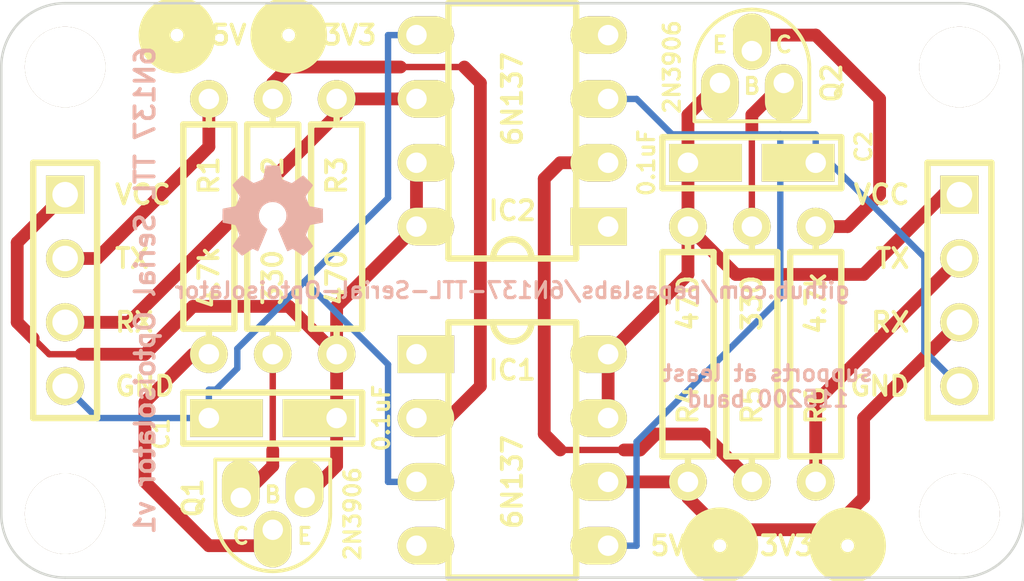
<source format=kicad_pcb>
(kicad_pcb (version 20171130) (host pcbnew "(5.1.12)-1")

  (general
    (thickness 1.6)
    (drawings 27)
    (tracks 102)
    (zones 0)
    (modules 19)
    (nets 15)
  )

  (page A3)
  (layers
    (0 F.Cu signal)
    (31 B.Cu signal)
    (32 B.Adhes user)
    (33 F.Adhes user)
    (34 B.Paste user)
    (35 F.Paste user)
    (36 B.SilkS user)
    (37 F.SilkS user)
    (38 B.Mask user)
    (39 F.Mask user)
    (40 Dwgs.User user)
    (41 Cmts.User user)
    (42 Eco1.User user)
    (43 Eco2.User user)
    (44 Edge.Cuts user)
  )

  (setup
    (last_trace_width 0.254)
    (user_trace_width 0.508)
    (trace_clearance 0.254)
    (zone_clearance 0.508)
    (zone_45_only no)
    (trace_min 0.254)
    (via_size 0.889)
    (via_drill 0.635)
    (via_min_size 0.889)
    (via_min_drill 0.508)
    (uvia_size 0.508)
    (uvia_drill 0.127)
    (uvias_allowed no)
    (uvia_min_size 0.508)
    (uvia_min_drill 0.127)
    (edge_width 0.1)
    (segment_width 0.2)
    (pcb_text_width 0.3)
    (pcb_text_size 1.5 1.5)
    (mod_edge_width 0.15)
    (mod_text_size 1 1)
    (mod_text_width 0.15)
    (pad_size 1.5 1.5)
    (pad_drill 0.6)
    (pad_to_mask_clearance 0)
    (aux_axis_origin 0 0)
    (visible_elements 7FFFFFFF)
    (pcbplotparams
      (layerselection 0x00030_ffffffff)
      (usegerberextensions true)
      (usegerberattributes true)
      (usegerberadvancedattributes true)
      (creategerberjobfile true)
      (excludeedgelayer true)
      (linewidth 0.150000)
      (plotframeref false)
      (viasonmask false)
      (mode 1)
      (useauxorigin false)
      (hpglpennumber 1)
      (hpglpenspeed 20)
      (hpglpendiameter 15.000000)
      (psnegative false)
      (psa4output false)
      (plotreference true)
      (plotvalue true)
      (plotinvisibletext false)
      (padsonsilk false)
      (subtractmaskfromsilk false)
      (outputformat 1)
      (mirror false)
      (drillshape 0)
      (scaleselection 1)
      (outputdirectory "../gerbers/"))
  )

  (net 0 "")
  (net 1 GNDA)
  (net 2 GNDB)
  (net 3 N-000001)
  (net 4 N-0000014)
  (net 5 N-000003)
  (net 6 N-000004)
  (net 7 N-000005)
  (net 8 N-000006)
  (net 9 RXA)
  (net 10 RXB)
  (net 11 TXA)
  (net 12 TXB)
  (net 13 VCCA)
  (net 14 VCCB)

  (net_class Default "This is the default net class."
    (clearance 0.254)
    (trace_width 0.254)
    (via_dia 0.889)
    (via_drill 0.635)
    (uvia_dia 0.508)
    (uvia_drill 0.127)
    (add_net GNDA)
    (add_net GNDB)
    (add_net N-000001)
    (add_net N-0000014)
    (add_net N-000003)
    (add_net N-000004)
    (add_net N-000005)
    (add_net N-000006)
    (add_net RXA)
    (add_net RXB)
    (add_net TXA)
    (add_net TXB)
    (add_net VCCA)
    (add_net VCCB)
  )

  (module TO-92_Q_EBC_059Bo_PL (layer F.Cu) (tedit 5549915C) (tstamp 5546F383)
    (at 211.455 71.755)
    (descr "TO-92 Transistor, EBC pinout")
    (tags DEV)
    (path /5546F340)
    (fp_text reference Q1 (at -4.445 0 90) (layer F.SilkS)
      (effects (font (size 0.762 0.762) (thickness 0.1524)))
    )
    (fp_text value 2N3906 (at 1.905 0.635 90) (layer F.SilkS)
      (effects (font (size 0.635 0.635) (thickness 0.127)))
    )
    (fp_line (start -3.556 -1.524) (end -3.556 0.635) (layer F.SilkS) (width 0.15))
    (fp_line (start 1.016 -1.524) (end -3.556 -1.524) (layer F.SilkS) (width 0.15))
    (fp_line (start 1.016 0.635) (end 1.016 -1.524) (layer F.SilkS) (width 0.15))
    (fp_text user E (at 0 1.524) (layer F.SilkS)
      (effects (font (size 0.635 0.635) (thickness 0.127)))
    )
    (fp_text user B (at -1.27 -0.127) (layer F.SilkS)
      (effects (font (size 0.635 0.635) (thickness 0.127)))
    )
    (fp_text user C (at -2.54 1.524) (layer F.SilkS)
      (effects (font (size 0.635 0.635) (thickness 0.127)))
    )
    (fp_arc (start -1.27 0.635) (end -1.27 2.921) (angle 90) (layer F.SilkS) (width 0.15))
    (fp_arc (start -1.27 0.635) (end 1.016 0.635) (angle 90) (layer F.SilkS) (width 0.15))
    (pad 1 thru_hole oval (at 0 0) (size 1.4986 2.2479) (drill 0.8128 (offset 0 -0.37465)) (layers *.Cu *.Mask F.SilkS)
      (net 13 VCCA))
    (pad 2 thru_hole oval (at -1.27 1.27) (size 1.4986 2.2479) (drill 0.8128 (offset 0 0.37465)) (layers *.Cu *.Mask F.SilkS)
      (net 5 N-000003))
    (pad 3 thru_hole oval (at -2.54 0) (size 1.4986 2.2479) (drill 0.8128 (offset 0 -0.37465)) (layers *.Cu *.Mask F.SilkS)
      (net 6 N-000004))
    (model to-xxx-packages/to92.wrl
      (at (xyz 0 0 0))
      (scale (xyz 1 1 1))
      (rotate (xyz 0 0 0))
    )
  )

  (module TO-92_Q_EBC_059Bo_PL (layer F.Cu) (tedit 55499152) (tstamp 5546F392)
    (at 227.965 55.245 180)
    (descr "TO-92 Transistor, EBC pinout")
    (tags DEV)
    (path /5546F361)
    (fp_text reference Q2 (at -4.445 0 270) (layer F.SilkS)
      (effects (font (size 0.762 0.762) (thickness 0.1524)))
    )
    (fp_text value 2N3906 (at 1.905 0.635 270) (layer F.SilkS)
      (effects (font (size 0.635 0.635) (thickness 0.127)))
    )
    (fp_line (start -3.556 -1.524) (end -3.556 0.635) (layer F.SilkS) (width 0.15))
    (fp_line (start 1.016 -1.524) (end -3.556 -1.524) (layer F.SilkS) (width 0.15))
    (fp_line (start 1.016 0.635) (end 1.016 -1.524) (layer F.SilkS) (width 0.15))
    (fp_text user E (at 0 1.524 180) (layer F.SilkS)
      (effects (font (size 0.635 0.635) (thickness 0.127)))
    )
    (fp_text user B (at -1.27 -0.127 180) (layer F.SilkS)
      (effects (font (size 0.635 0.635) (thickness 0.127)))
    )
    (fp_text user C (at -2.54 1.524 180) (layer F.SilkS)
      (effects (font (size 0.635 0.635) (thickness 0.127)))
    )
    (fp_arc (start -1.27 0.635) (end -1.27 2.921) (angle 90) (layer F.SilkS) (width 0.15))
    (fp_arc (start -1.27 0.635) (end 1.016 0.635) (angle 90) (layer F.SilkS) (width 0.15))
    (pad 1 thru_hole oval (at 0 0 180) (size 1.4986 2.2479) (drill 0.8128 (offset 0 -0.37465)) (layers *.Cu *.Mask F.SilkS)
      (net 14 VCCB))
    (pad 2 thru_hole oval (at -1.27 1.27 180) (size 1.4986 2.2479) (drill 0.8128 (offset 0 0.37465)) (layers *.Cu *.Mask F.SilkS)
      (net 3 N-000001))
    (pad 3 thru_hole oval (at -2.54 0 180) (size 1.4986 2.2479) (drill 0.8128 (offset 0 -0.37465)) (layers *.Cu *.Mask F.SilkS)
      (net 7 N-000005))
    (model to-xxx-packages/to92.wrl
      (at (xyz 0 0 0))
      (scale (xyz 1 1 1))
      (rotate (xyz 0 0 0))
    )
  )

  (module R_AXIAL_0W25_059A_PL (layer F.Cu) (tedit 53A245D9) (tstamp 5546F39F)
    (at 207.645 55.88 270)
    (descr "Resistor Axial 1/4W 0.4\"")
    (tags R)
    (path /55465781)
    (autoplace_cost180 10)
    (fp_text reference R1 (at 3.048 0 270) (layer F.SilkS)
      (effects (font (size 0.762 0.762) (thickness 0.1524)))
    )
    (fp_text value 4.7k (at 7.112 0 270) (layer F.SilkS)
      (effects (font (size 0.762 0.762) (thickness 0.1524)))
    )
    (fp_line (start 10.16 0) (end 9.144 0) (layer F.SilkS) (width 0.254))
    (fp_line (start 1.016 1.016) (end 1.016 0) (layer F.SilkS) (width 0.254))
    (fp_line (start 9.144 1.016) (end 1.016 1.016) (layer F.SilkS) (width 0.254))
    (fp_line (start 9.144 -1.016) (end 9.144 1.016) (layer F.SilkS) (width 0.254))
    (fp_line (start 1.016 -1.016) (end 9.144 -1.016) (layer F.SilkS) (width 0.254))
    (fp_line (start 1.016 0) (end 1.016 -1.016) (layer F.SilkS) (width 0.254))
    (fp_line (start 0 0) (end 1.016 0) (layer F.SilkS) (width 0.254))
    (pad 1 thru_hole oval (at 0 0 270) (size 1.4986 1.4986) (drill 0.8128) (layers *.Cu *.Mask F.SilkS)
      (net 11 TXA))
    (pad 2 thru_hole oval (at 10.16 0 270) (size 1.4986 1.4986) (drill 0.8128) (layers *.Cu *.Mask F.SilkS)
      (net 5 N-000003))
    (model discret/resistor.wrl
      (at (xyz 0 0 0))
      (scale (xyz 0.4 0.4 0.4))
      (rotate (xyz 0 0 0))
    )
  )

  (module R_AXIAL_0W25_059A_PL (layer F.Cu) (tedit 53A245D9) (tstamp 5546F3AC)
    (at 226.695 71.12 90)
    (descr "Resistor Axial 1/4W 0.4\"")
    (tags R)
    (path /55465B77)
    (autoplace_cost180 10)
    (fp_text reference R4 (at 3.048 0 90) (layer F.SilkS)
      (effects (font (size 0.762 0.762) (thickness 0.1524)))
    )
    (fp_text value 470 (at 7.112 0 90) (layer F.SilkS)
      (effects (font (size 0.762 0.762) (thickness 0.1524)))
    )
    (fp_line (start 10.16 0) (end 9.144 0) (layer F.SilkS) (width 0.254))
    (fp_line (start 1.016 1.016) (end 1.016 0) (layer F.SilkS) (width 0.254))
    (fp_line (start 9.144 1.016) (end 1.016 1.016) (layer F.SilkS) (width 0.254))
    (fp_line (start 9.144 -1.016) (end 9.144 1.016) (layer F.SilkS) (width 0.254))
    (fp_line (start 1.016 -1.016) (end 9.144 -1.016) (layer F.SilkS) (width 0.254))
    (fp_line (start 1.016 0) (end 1.016 -1.016) (layer F.SilkS) (width 0.254))
    (fp_line (start 0 0) (end 1.016 0) (layer F.SilkS) (width 0.254))
    (pad 1 thru_hole oval (at 0 0 90) (size 1.4986 1.4986) (drill 0.8128) (layers *.Cu *.Mask F.SilkS)
      (net 10 RXB))
    (pad 2 thru_hole oval (at 10.16 0 90) (size 1.4986 1.4986) (drill 0.8128) (layers *.Cu *.Mask F.SilkS)
      (net 14 VCCB))
    (model discret/resistor.wrl
      (at (xyz 0 0 0))
      (scale (xyz 0.4 0.4 0.4))
      (rotate (xyz 0 0 0))
    )
  )

  (module R_AXIAL_0W25_059A_PL (layer F.Cu) (tedit 53A245D9) (tstamp 5546F3B9)
    (at 210.185 55.88 270)
    (descr "Resistor Axial 1/4W 0.4\"")
    (tags R)
    (path /5546D91C)
    (autoplace_cost180 10)
    (fp_text reference R2 (at 3.048 0 270) (layer F.SilkS)
      (effects (font (size 0.762 0.762) (thickness 0.1524)))
    )
    (fp_text value 330 (at 7.112 0 270) (layer F.SilkS)
      (effects (font (size 0.762 0.762) (thickness 0.1524)))
    )
    (fp_line (start 10.16 0) (end 9.144 0) (layer F.SilkS) (width 0.254))
    (fp_line (start 1.016 1.016) (end 1.016 0) (layer F.SilkS) (width 0.254))
    (fp_line (start 9.144 1.016) (end 1.016 1.016) (layer F.SilkS) (width 0.254))
    (fp_line (start 9.144 -1.016) (end 9.144 1.016) (layer F.SilkS) (width 0.254))
    (fp_line (start 1.016 -1.016) (end 9.144 -1.016) (layer F.SilkS) (width 0.254))
    (fp_line (start 1.016 0) (end 1.016 -1.016) (layer F.SilkS) (width 0.254))
    (fp_line (start 0 0) (end 1.016 0) (layer F.SilkS) (width 0.254))
    (pad 1 thru_hole oval (at 0 0 270) (size 1.4986 1.4986) (drill 0.8128) (layers *.Cu *.Mask F.SilkS)
      (net 8 N-000006))
    (pad 2 thru_hole oval (at 10.16 0 270) (size 1.4986 1.4986) (drill 0.8128) (layers *.Cu *.Mask F.SilkS)
      (net 6 N-000004))
    (model discret/resistor.wrl
      (at (xyz 0 0 0))
      (scale (xyz 0.4 0.4 0.4))
      (rotate (xyz 0 0 0))
    )
  )

  (module R_AXIAL_0W25_059A_PL (layer F.Cu) (tedit 53A245D9) (tstamp 5546F3C6)
    (at 231.775 71.12 90)
    (descr "Resistor Axial 1/4W 0.4\"")
    (tags R)
    (path /5546D977)
    (autoplace_cost180 10)
    (fp_text reference R6 (at 3.048 0 90) (layer F.SilkS)
      (effects (font (size 0.762 0.762) (thickness 0.1524)))
    )
    (fp_text value 4.7k (at 7.112 0 90) (layer F.SilkS)
      (effects (font (size 0.762 0.762) (thickness 0.1524)))
    )
    (fp_line (start 10.16 0) (end 9.144 0) (layer F.SilkS) (width 0.254))
    (fp_line (start 1.016 1.016) (end 1.016 0) (layer F.SilkS) (width 0.254))
    (fp_line (start 9.144 1.016) (end 1.016 1.016) (layer F.SilkS) (width 0.254))
    (fp_line (start 9.144 -1.016) (end 9.144 1.016) (layer F.SilkS) (width 0.254))
    (fp_line (start 1.016 -1.016) (end 9.144 -1.016) (layer F.SilkS) (width 0.254))
    (fp_line (start 1.016 0) (end 1.016 -1.016) (layer F.SilkS) (width 0.254))
    (fp_line (start 0 0) (end 1.016 0) (layer F.SilkS) (width 0.254))
    (pad 1 thru_hole oval (at 0 0 90) (size 1.4986 1.4986) (drill 0.8128) (layers *.Cu *.Mask F.SilkS)
      (net 12 TXB))
    (pad 2 thru_hole oval (at 10.16 0 90) (size 1.4986 1.4986) (drill 0.8128) (layers *.Cu *.Mask F.SilkS)
      (net 3 N-000001))
    (model discret/resistor.wrl
      (at (xyz 0 0 0))
      (scale (xyz 0.4 0.4 0.4))
      (rotate (xyz 0 0 0))
    )
  )

  (module R_AXIAL_0W25_059A_PL (layer F.Cu) (tedit 53A245D9) (tstamp 5546F3D3)
    (at 212.725 55.88 270)
    (descr "Resistor Axial 1/4W 0.4\"")
    (tags R)
    (path /5546D97D)
    (autoplace_cost180 10)
    (fp_text reference R3 (at 3.048 0 270) (layer F.SilkS)
      (effects (font (size 0.762 0.762) (thickness 0.1524)))
    )
    (fp_text value 470 (at 7.112 0 270) (layer F.SilkS)
      (effects (font (size 0.762 0.762) (thickness 0.1524)))
    )
    (fp_line (start 10.16 0) (end 9.144 0) (layer F.SilkS) (width 0.254))
    (fp_line (start 1.016 1.016) (end 1.016 0) (layer F.SilkS) (width 0.254))
    (fp_line (start 9.144 1.016) (end 1.016 1.016) (layer F.SilkS) (width 0.254))
    (fp_line (start 9.144 -1.016) (end 9.144 1.016) (layer F.SilkS) (width 0.254))
    (fp_line (start 1.016 -1.016) (end 9.144 -1.016) (layer F.SilkS) (width 0.254))
    (fp_line (start 1.016 0) (end 1.016 -1.016) (layer F.SilkS) (width 0.254))
    (fp_line (start 0 0) (end 1.016 0) (layer F.SilkS) (width 0.254))
    (pad 1 thru_hole oval (at 0 0 270) (size 1.4986 1.4986) (drill 0.8128) (layers *.Cu *.Mask F.SilkS)
      (net 9 RXA))
    (pad 2 thru_hole oval (at 10.16 0 270) (size 1.4986 1.4986) (drill 0.8128) (layers *.Cu *.Mask F.SilkS)
      (net 13 VCCA))
    (model discret/resistor.wrl
      (at (xyz 0 0 0))
      (scale (xyz 0.4 0.4 0.4))
      (rotate (xyz 0 0 0))
    )
  )

  (module R_AXIAL_0W25_059A_PL (layer F.Cu) (tedit 53A245D9) (tstamp 5546F3E0)
    (at 229.235 71.12 90)
    (descr "Resistor Axial 1/4W 0.4\"")
    (tags R)
    (path /5546D98C)
    (autoplace_cost180 10)
    (fp_text reference R5 (at 3.048 0 90) (layer F.SilkS)
      (effects (font (size 0.762 0.762) (thickness 0.1524)))
    )
    (fp_text value 330 (at 7.112 0 90) (layer F.SilkS)
      (effects (font (size 0.762 0.762) (thickness 0.1524)))
    )
    (fp_line (start 10.16 0) (end 9.144 0) (layer F.SilkS) (width 0.254))
    (fp_line (start 1.016 1.016) (end 1.016 0) (layer F.SilkS) (width 0.254))
    (fp_line (start 9.144 1.016) (end 1.016 1.016) (layer F.SilkS) (width 0.254))
    (fp_line (start 9.144 -1.016) (end 9.144 1.016) (layer F.SilkS) (width 0.254))
    (fp_line (start 1.016 -1.016) (end 9.144 -1.016) (layer F.SilkS) (width 0.254))
    (fp_line (start 1.016 0) (end 1.016 -1.016) (layer F.SilkS) (width 0.254))
    (fp_line (start 0 0) (end 1.016 0) (layer F.SilkS) (width 0.254))
    (pad 1 thru_hole oval (at 0 0 90) (size 1.4986 1.4986) (drill 0.8128) (layers *.Cu *.Mask F.SilkS)
      (net 4 N-0000014))
    (pad 2 thru_hole oval (at 10.16 0 90) (size 1.4986 1.4986) (drill 0.8128) (layers *.Cu *.Mask F.SilkS)
      (net 7 N-000005))
    (model discret/resistor.wrl
      (at (xyz 0 0 0))
      (scale (xyz 0.4 0.4 0.4))
      (rotate (xyz 0 0 0))
    )
  )

  (module PIN_ARRAY_4x1 (layer F.Cu) (tedit 5546FC4D) (tstamp 5546F3EC)
    (at 201.93 63.5 270)
    (descr "Double rangee de contacts 2 x 5 pins")
    (tags CONN)
    (path /554657AF)
    (fp_text reference P1 (at 0 -2.54 270) (layer F.SilkS) hide
      (effects (font (size 1.016 1.016) (thickness 0.2032)))
    )
    (fp_text value CONN_4 (at 0 2.54 270) (layer F.SilkS) hide
      (effects (font (size 1.016 1.016) (thickness 0.2032)))
    )
    (fp_line (start 5.08 1.27) (end 5.08 -1.27) (layer F.SilkS) (width 0.254))
    (fp_line (start -5.08 -1.27) (end -5.08 1.27) (layer F.SilkS) (width 0.254))
    (fp_line (start 5.08 -1.27) (end -5.08 -1.27) (layer F.SilkS) (width 0.254))
    (fp_line (start 5.08 1.27) (end -5.08 1.27) (layer F.SilkS) (width 0.254))
    (pad 1 thru_hole rect (at -3.81 0 270) (size 1.524 1.524) (drill 1.016) (layers *.Cu *.Mask F.SilkS)
      (net 13 VCCA))
    (pad 2 thru_hole circle (at -1.27 0 270) (size 1.524 1.524) (drill 1.016) (layers *.Cu *.Mask F.SilkS)
      (net 11 TXA))
    (pad 3 thru_hole circle (at 1.27 0 270) (size 1.524 1.524) (drill 1.016) (layers *.Cu *.Mask F.SilkS)
      (net 9 RXA))
    (pad 4 thru_hole circle (at 3.81 0 270) (size 1.524 1.524) (drill 1.016) (layers *.Cu *.Mask F.SilkS)
      (net 1 GNDA))
    (model pin_array\pins_array_4x1.wrl
      (at (xyz 0 0 0))
      (scale (xyz 1 1 1))
      (rotate (xyz 0 0 0))
    )
  )

  (module PIN_ARRAY_4x1 (layer F.Cu) (tedit 5546FCF8) (tstamp 5546F3F8)
    (at 237.49 63.5 270)
    (descr "Double rangee de contacts 2 x 5 pins")
    (tags CONN)
    (path /55465835)
    (fp_text reference P2 (at 0 -2.54 270) (layer F.SilkS) hide
      (effects (font (size 1.016 1.016) (thickness 0.2032)))
    )
    (fp_text value CONN_4 (at 0 2.54 270) (layer F.SilkS) hide
      (effects (font (size 1.016 1.016) (thickness 0.2032)))
    )
    (fp_line (start 5.08 1.27) (end 5.08 -1.27) (layer F.SilkS) (width 0.254))
    (fp_line (start -5.08 -1.27) (end -5.08 1.27) (layer F.SilkS) (width 0.254))
    (fp_line (start 5.08 -1.27) (end -5.08 -1.27) (layer F.SilkS) (width 0.254))
    (fp_line (start 5.08 1.27) (end -5.08 1.27) (layer F.SilkS) (width 0.254))
    (pad 1 thru_hole rect (at -3.81 0 270) (size 1.524 1.524) (drill 1.016) (layers *.Cu *.Mask F.SilkS)
      (net 14 VCCB))
    (pad 2 thru_hole circle (at -1.27 0 270) (size 1.524 1.524) (drill 1.016) (layers *.Cu *.Mask F.SilkS)
      (net 12 TXB))
    (pad 3 thru_hole circle (at 1.27 0 270) (size 1.524 1.524) (drill 1.016) (layers *.Cu *.Mask F.SilkS)
      (net 10 RXB))
    (pad 4 thru_hole circle (at 3.81 0 270) (size 1.524 1.524) (drill 1.016) (layers *.Cu *.Mask F.SilkS)
      (net 2 GNDB))
    (model pin_array\pins_array_4x1.wrl
      (at (xyz 0 0 0))
      (scale (xyz 1 1 1))
      (rotate (xyz 0 0 0))
    )
  )

  (module hole_M3_2 (layer F.Cu) (tedit 550BAD19) (tstamp 5547BC08)
    (at 201.93 54.61)
    (descr "M3 mounting hole")
    (path 1pin)
    (fp_text reference H***_4 (at 0 -3.048) (layer F.SilkS) hide
      (effects (font (size 1.016 1.016) (thickness 0.254)))
    )
    (fp_text value Val** (at 0 2.794) (layer F.SilkS) hide
      (effects (font (size 1.016 1.016) (thickness 0.254)))
    )
    (pad 1 thru_hole circle (at 0 0) (size 3.2 3.2) (drill 3.2) (layers *.Cu *.Mask F.SilkS))
  )

  (module hole_M3_2 (layer F.Cu) (tedit 550BAD19) (tstamp 5547BC3A)
    (at 237.49 54.61)
    (descr "M3 mounting hole")
    (path 1pin)
    (fp_text reference H***_3 (at 0 -3.048) (layer F.SilkS) hide
      (effects (font (size 1.016 1.016) (thickness 0.254)))
    )
    (fp_text value Val** (at 0 2.794) (layer F.SilkS) hide
      (effects (font (size 1.016 1.016) (thickness 0.254)))
    )
    (pad 1 thru_hole circle (at 0 0) (size 3.2 3.2) (drill 3.2) (layers *.Cu *.Mask F.SilkS))
  )

  (module hole_M3_2 (layer F.Cu) (tedit 550BAD19) (tstamp 5547BC48)
    (at 237.49 72.39)
    (descr "M3 mounting hole")
    (path 1pin)
    (fp_text reference H***_2 (at 0 -3.048) (layer F.SilkS) hide
      (effects (font (size 1.016 1.016) (thickness 0.254)))
    )
    (fp_text value Val** (at 0 2.794) (layer F.SilkS) hide
      (effects (font (size 1.016 1.016) (thickness 0.254)))
    )
    (pad 1 thru_hole circle (at 0 0) (size 3.2 3.2) (drill 3.2) (layers *.Cu *.Mask F.SilkS))
  )

  (module hole_M3_2 (layer F.Cu) (tedit 550BAD19) (tstamp 5547BC51)
    (at 201.93 72.39)
    (descr "M3 mounting hole")
    (path 1pin)
    (fp_text reference H*** (at 0 -3.048) (layer F.SilkS) hide
      (effects (font (size 1.016 1.016) (thickness 0.254)))
    )
    (fp_text value Val** (at 0 2.794) (layer F.SilkS) hide
      (effects (font (size 1.016 1.016) (thickness 0.254)))
    )
    (pad 1 thru_hole circle (at 0 0) (size 3.2 3.2) (drill 3.2) (layers *.Cu *.Mask F.SilkS))
  )

  (module OSHW-logo_silkscreen-back_4mm (layer F.Cu) (tedit 0) (tstamp 55476A21)
    (at 210.185 60.325)
    (fp_text reference G*** (at 0 2.1209) (layer B.SilkS) hide
      (effects (font (size 0.18034 0.18034) (thickness 0.03556)))
    )
    (fp_text value OSHW-logo_silkscreen-back_4mm (at 0 -2.1209) (layer B.SilkS) hide
      (effects (font (size 0.18034 0.18034) (thickness 0.03556)))
    )
    (fp_poly (pts (xy 1.21158 1.79578) (xy 1.19126 1.78562) (xy 1.143 1.75514) (xy 1.07696 1.71196)
      (xy 0.99822 1.65862) (xy 0.91948 1.60528) (xy 0.85344 1.5621) (xy 0.80772 1.53162)
      (xy 0.78994 1.52146) (xy 0.77978 1.524) (xy 0.74168 1.54432) (xy 0.6858 1.57226)
      (xy 0.65532 1.5875) (xy 0.60452 1.61036) (xy 0.57912 1.61544) (xy 0.57658 1.60782)
      (xy 0.55626 1.56972) (xy 0.52832 1.50368) (xy 0.49022 1.41732) (xy 0.44704 1.31572)
      (xy 0.40132 1.2065) (xy 0.3556 1.09474) (xy 0.30988 0.98806) (xy 0.27178 0.89154)
      (xy 0.23876 0.81534) (xy 0.21844 0.75946) (xy 0.21082 0.7366) (xy 0.21336 0.73152)
      (xy 0.23876 0.70866) (xy 0.28194 0.67564) (xy 0.37846 0.5969) (xy 0.4699 0.48006)
      (xy 0.52832 0.34798) (xy 0.5461 0.20066) (xy 0.53086 0.06604) (xy 0.47752 -0.0635)
      (xy 0.38608 -0.18288) (xy 0.27432 -0.26924) (xy 0.14478 -0.32512) (xy 0 -0.3429)
      (xy -0.1397 -0.32766) (xy -0.27178 -0.27432) (xy -0.39116 -0.18542) (xy -0.43942 -0.127)
      (xy -0.508 -0.00762) (xy -0.54864 0.11938) (xy -0.55118 0.14986) (xy -0.5461 0.2921)
      (xy -0.50546 0.42672) (xy -0.4318 0.5461) (xy -0.32766 0.64516) (xy -0.31496 0.65532)
      (xy -0.2667 0.69088) (xy -0.23622 0.71374) (xy -0.21082 0.73406) (xy -0.38862 1.16586)
      (xy -0.41656 1.23444) (xy -0.46736 1.35128) (xy -0.51054 1.45288) (xy -0.54356 1.53416)
      (xy -0.56896 1.5875) (xy -0.57912 1.61036) (xy -0.59436 1.6129) (xy -0.62738 1.6002)
      (xy -0.68834 1.57226) (xy -0.72898 1.55194) (xy -0.7747 1.52908) (xy -0.79502 1.52146)
      (xy -0.8128 1.53162) (xy -0.85598 1.55956) (xy -0.91948 1.60274) (xy -0.99568 1.65354)
      (xy -1.06934 1.70434) (xy -1.13792 1.75006) (xy -1.18618 1.78054) (xy -1.21158 1.79324)
      (xy -1.21412 1.79324) (xy -1.23444 1.78054) (xy -1.27508 1.75006) (xy -1.3335 1.69418)
      (xy -1.41478 1.6129) (xy -1.42748 1.6002) (xy -1.49606 1.52908) (xy -1.55194 1.47066)
      (xy -1.59004 1.43002) (xy -1.60274 1.41224) (xy -1.59004 1.38684) (xy -1.55956 1.33858)
      (xy -1.51384 1.27) (xy -1.4605 1.19126) (xy -1.31826 0.98298) (xy -1.397 0.7874)
      (xy -1.41986 0.72898) (xy -1.45034 0.65532) (xy -1.4732 0.60452) (xy -1.4859 0.58166)
      (xy -1.50622 0.57404) (xy -1.55956 0.56134) (xy -1.6383 0.54356) (xy -1.72974 0.52832)
      (xy -1.81864 0.51054) (xy -1.89738 0.4953) (xy -1.9558 0.48514) (xy -1.9812 0.48006)
      (xy -1.98628 0.47498) (xy -1.99136 0.46228) (xy -1.99644 0.43688) (xy -1.99644 0.38862)
      (xy -1.99898 0.31242) (xy -1.99898 0.20066) (xy -1.99898 0.1905) (xy -1.99644 0.08382)
      (xy -1.99644 0) (xy -1.9939 -0.05334) (xy -1.98882 -0.07366) (xy -1.96342 -0.08128)
      (xy -1.90754 -0.09144) (xy -1.8288 -0.10922) (xy -1.73228 -0.127) (xy -1.7272 -0.127)
      (xy -1.63322 -0.14478) (xy -1.55448 -0.16256) (xy -1.4986 -0.17526) (xy -1.47574 -0.18288)
      (xy -1.47066 -0.18796) (xy -1.45034 -0.22606) (xy -1.4224 -0.28448) (xy -1.39192 -0.3556)
      (xy -1.36144 -0.42926) (xy -1.3335 -0.49784) (xy -1.31572 -0.5461) (xy -1.31064 -0.56896)
      (xy -1.32588 -0.59182) (xy -1.3589 -0.64262) (xy -1.40462 -0.70866) (xy -1.4605 -0.78994)
      (xy -1.46304 -0.79756) (xy -1.51892 -0.8763) (xy -1.5621 -0.94488) (xy -1.59258 -0.99314)
      (xy -1.60274 -1.01346) (xy -1.60274 -1.016) (xy -1.58496 -1.03886) (xy -1.54432 -1.08458)
      (xy -1.4859 -1.14554) (xy -1.41478 -1.21666) (xy -1.39192 -1.23698) (xy -1.31572 -1.31318)
      (xy -1.26238 -1.36398) (xy -1.22682 -1.38938) (xy -1.21158 -1.397) (xy -1.21158 -1.39446)
      (xy -1.18618 -1.38176) (xy -1.13538 -1.34874) (xy -1.0668 -1.30048) (xy -0.98552 -1.24714)
      (xy -0.98044 -1.24206) (xy -0.9017 -1.18872) (xy -0.83566 -1.143) (xy -0.7874 -1.11252)
      (xy -0.76708 -1.09982) (xy -0.762 -1.09982) (xy -0.73152 -1.10998) (xy -0.6731 -1.12776)
      (xy -0.60452 -1.1557) (xy -0.53086 -1.18618) (xy -0.46228 -1.21412) (xy -0.41148 -1.23698)
      (xy -0.38862 -1.24968) (xy -0.38862 -1.25222) (xy -0.37846 -1.28016) (xy -0.36576 -1.34112)
      (xy -0.34798 -1.4224) (xy -0.3302 -1.52146) (xy -0.32766 -1.5367) (xy -0.30988 -1.63068)
      (xy -0.29464 -1.70942) (xy -0.28194 -1.7653) (xy -0.27686 -1.78816) (xy -0.26416 -1.7907)
      (xy -0.2159 -1.79324) (xy -0.14478 -1.79578) (xy -0.05842 -1.79578) (xy 0.03048 -1.79578)
      (xy 0.11684 -1.79324) (xy 0.19304 -1.7907) (xy 0.24638 -1.78816) (xy 0.26924 -1.78308)
      (xy 0.27178 -1.78054) (xy 0.2794 -1.7526) (xy 0.2921 -1.69164) (xy 0.30988 -1.61036)
      (xy 0.32766 -1.5113) (xy 0.3302 -1.49352) (xy 0.34798 -1.39954) (xy 0.36576 -1.3208)
      (xy 0.37592 -1.26746) (xy 0.38354 -1.24714) (xy 0.39116 -1.24206) (xy 0.42926 -1.22428)
      (xy 0.49276 -1.19888) (xy 0.57404 -1.16586) (xy 0.75692 -1.0922) (xy 0.98044 -1.24714)
      (xy 1.00076 -1.25984) (xy 1.08204 -1.31572) (xy 1.14808 -1.3589) (xy 1.1938 -1.38938)
      (xy 1.21412 -1.39954) (xy 1.23698 -1.37922) (xy 1.2827 -1.33858) (xy 1.34366 -1.27762)
      (xy 1.41224 -1.20904) (xy 1.46558 -1.1557) (xy 1.52654 -1.0922) (xy 1.56718 -1.05156)
      (xy 1.5875 -1.02362) (xy 1.59512 -1.00584) (xy 1.59258 -0.99568) (xy 1.57988 -0.97282)
      (xy 1.54686 -0.92456) (xy 1.50114 -0.85598) (xy 1.44526 -0.77724) (xy 1.39954 -0.70866)
      (xy 1.35128 -0.635) (xy 1.3208 -0.58166) (xy 1.3081 -0.55372) (xy 1.31064 -0.54356)
      (xy 1.32842 -0.50038) (xy 1.35382 -0.4318) (xy 1.38684 -0.35306) (xy 1.46558 -0.17526)
      (xy 1.58242 -0.15494) (xy 1.65354 -0.1397) (xy 1.7526 -0.12192) (xy 1.84658 -0.10414)
      (xy 1.9939 -0.07366) (xy 1.99898 0.46482) (xy 1.97612 0.47498) (xy 1.95326 0.4826)
      (xy 1.89992 0.49276) (xy 1.82118 0.508) (xy 1.72974 0.52578) (xy 1.651 0.54102)
      (xy 1.57226 0.55626) (xy 1.51638 0.56642) (xy 1.49098 0.5715) (xy 1.48336 0.58166)
      (xy 1.46304 0.61976) (xy 1.4351 0.68072) (xy 1.40462 0.75438) (xy 1.37414 0.82804)
      (xy 1.3462 0.89916) (xy 1.32588 0.9525) (xy 1.31826 0.98044) (xy 1.32842 1.00076)
      (xy 1.3589 1.04648) (xy 1.40208 1.11252) (xy 1.45542 1.19126) (xy 1.5113 1.27)
      (xy 1.55448 1.33858) (xy 1.5875 1.38684) (xy 1.6002 1.40716) (xy 1.59258 1.4224)
      (xy 1.5621 1.4605) (xy 1.50368 1.52146) (xy 1.41478 1.61036) (xy 1.39954 1.62306)
      (xy 1.33096 1.69164) (xy 1.27 1.74498) (xy 1.22936 1.78308) (xy 1.21158 1.79578)) (layer B.SilkS) (width 0.00254))
  )

  (module DIP8_059Bi_PL (layer F.Cu) (tedit 53A2396C) (tstamp 554984F0)
    (at 215.9 66.04 270)
    (descr "8-lead DIP package")
    (tags DIP)
    (path /554983EB)
    (fp_text reference IC1 (at 0.635 -3.81) (layer F.SilkS)
      (effects (font (size 0.762 0.762) (thickness 0.1524)))
    )
    (fp_text value 6N137 (at 5.08 -3.81 270) (layer F.SilkS)
      (effects (font (size 0.762 0.762) (thickness 0.1524)))
    )
    (fp_line (start -1.27 -1.27) (end -1.27 -6.35) (layer F.SilkS) (width 0.254))
    (fp_line (start 8.89 -1.27) (end -1.27 -1.27) (layer F.SilkS) (width 0.254))
    (fp_line (start 8.89 -6.35) (end 8.89 -1.27) (layer F.SilkS) (width 0.254))
    (fp_line (start -1.27 -6.35) (end 8.89 -6.35) (layer F.SilkS) (width 0.254))
    (fp_arc (start -1.27 -3.81) (end -1.27 -4.572) (angle 90) (layer F.SilkS) (width 0.254))
    (fp_arc (start -1.27 -3.81) (end -0.508 -3.81) (angle 90) (layer F.SilkS) (width 0.254))
    (pad 1 thru_hole rect (at 0 0 270) (size 1.4986 2.2479) (drill 0.8128 (offset 0 -0.37465)) (layers *.Cu *.Mask F.SilkS))
    (pad 2 thru_hole oval (at 2.54 0 270) (size 1.4986 2.2479) (drill 0.8128 (offset 0 -0.37465)) (layers *.Cu *.Mask F.SilkS)
      (net 8 N-000006))
    (pad 3 thru_hole oval (at 5.08 0 270) (size 1.4986 2.2479) (drill 0.8128 (offset 0 -0.37465)) (layers *.Cu *.Mask F.SilkS)
      (net 1 GNDA))
    (pad 4 thru_hole oval (at 7.62 0 270) (size 1.4986 2.2479) (drill 0.8128 (offset 0 -0.37465)) (layers *.Cu *.Mask F.SilkS))
    (pad 5 thru_hole oval (at 7.62 -7.62 270) (size 1.4986 2.2479) (drill 0.8128 (offset 0 0.37465)) (layers *.Cu *.Mask F.SilkS)
      (net 2 GNDB))
    (pad 6 thru_hole oval (at 5.08 -7.62 270) (size 1.4986 2.2479) (drill 0.8128 (offset 0 0.37465)) (layers *.Cu *.Mask F.SilkS)
      (net 10 RXB))
    (pad 8 thru_hole oval (at 0 -7.62 270) (size 1.4986 2.2479) (drill 0.8128 (offset 0 0.37465)) (layers *.Cu *.Mask F.SilkS)
      (net 14 VCCB))
    (pad 7 thru_hole oval (at 2.54 -7.62 270) (size 1.4986 2.2479) (drill 0.8128 (offset 0 0.37465)) (layers *.Cu *.Mask F.SilkS)
      (net 14 VCCB))
    (model dil/dil_8.wrl
      (at (xyz 0 0 0))
      (scale (xyz 1 1 1))
      (rotate (xyz 0 0 0))
    )
  )

  (module DIP8_059Bi_PL (layer F.Cu) (tedit 53A2396C) (tstamp 55498502)
    (at 223.52 60.96 90)
    (descr "8-lead DIP package")
    (tags DIP)
    (path /554984AB)
    (fp_text reference IC2 (at 0.635 -3.81 180) (layer F.SilkS)
      (effects (font (size 0.762 0.762) (thickness 0.1524)))
    )
    (fp_text value 6N137 (at 5.08 -3.81 90) (layer F.SilkS)
      (effects (font (size 0.762 0.762) (thickness 0.1524)))
    )
    (fp_line (start -1.27 -1.27) (end -1.27 -6.35) (layer F.SilkS) (width 0.254))
    (fp_line (start 8.89 -1.27) (end -1.27 -1.27) (layer F.SilkS) (width 0.254))
    (fp_line (start 8.89 -6.35) (end 8.89 -1.27) (layer F.SilkS) (width 0.254))
    (fp_line (start -1.27 -6.35) (end 8.89 -6.35) (layer F.SilkS) (width 0.254))
    (fp_arc (start -1.27 -3.81) (end -1.27 -4.572) (angle 90) (layer F.SilkS) (width 0.254))
    (fp_arc (start -1.27 -3.81) (end -0.508 -3.81) (angle 90) (layer F.SilkS) (width 0.254))
    (pad 1 thru_hole rect (at 0 0 90) (size 1.4986 2.2479) (drill 0.8128 (offset 0 -0.37465)) (layers *.Cu *.Mask F.SilkS))
    (pad 2 thru_hole oval (at 2.54 0 90) (size 1.4986 2.2479) (drill 0.8128 (offset 0 -0.37465)) (layers *.Cu *.Mask F.SilkS)
      (net 4 N-0000014))
    (pad 3 thru_hole oval (at 5.08 0 90) (size 1.4986 2.2479) (drill 0.8128 (offset 0 -0.37465)) (layers *.Cu *.Mask F.SilkS)
      (net 2 GNDB))
    (pad 4 thru_hole oval (at 7.62 0 90) (size 1.4986 2.2479) (drill 0.8128 (offset 0 -0.37465)) (layers *.Cu *.Mask F.SilkS))
    (pad 5 thru_hole oval (at 7.62 -7.62 90) (size 1.4986 2.2479) (drill 0.8128 (offset 0 0.37465)) (layers *.Cu *.Mask F.SilkS)
      (net 1 GNDA))
    (pad 6 thru_hole oval (at 5.08 -7.62 90) (size 1.4986 2.2479) (drill 0.8128 (offset 0 0.37465)) (layers *.Cu *.Mask F.SilkS)
      (net 9 RXA))
    (pad 8 thru_hole oval (at 0 -7.62 90) (size 1.4986 2.2479) (drill 0.8128 (offset 0 0.37465)) (layers *.Cu *.Mask F.SilkS)
      (net 13 VCCA))
    (pad 7 thru_hole oval (at 2.54 -7.62 90) (size 1.4986 2.2479) (drill 0.8128 (offset 0 0.37465)) (layers *.Cu *.Mask F.SilkS)
      (net 13 VCCA))
    (model dil/dil_8.wrl
      (at (xyz 0 0 0))
      (scale (xyz 1 1 1))
      (rotate (xyz 0 0 0))
    )
  )

  (module CERCAP_2_059B_0805 (layer F.Cu) (tedit 554991B6) (tstamp 55498B18)
    (at 210.185 68.58 180)
    (descr "Capacitor, 0.2\" pin spacing")
    (tags C)
    (path /5549894D)
    (fp_text reference C1 (at 4.445 -0.635 270) (layer F.SilkS)
      (effects (font (size 0.635 0.635) (thickness 0.127)))
    )
    (fp_text value 0.1uF (at -4.318 0 270) (layer F.SilkS)
      (effects (font (size 0.635 0.635) (thickness 0.127)))
    )
    (fp_line (start -3.556 1.016) (end -3.556 -1.016) (layer F.SilkS) (width 0.254))
    (fp_line (start 3.556 1.016) (end -3.556 1.016) (layer F.SilkS) (width 0.254))
    (fp_line (start 3.556 -1.016) (end 3.556 1.016) (layer F.SilkS) (width 0.254))
    (fp_line (start -3.556 -1.016) (end 3.556 -1.016) (layer F.SilkS) (width 0.254))
    (pad 1 thru_hole rect (at -2.54 0 180) (size 2.8956 1.4986) (drill 0.8128 (offset 0.6985 0)) (layers *.Cu *.Mask F.SilkS)
      (net 13 VCCA))
    (pad 2 thru_hole rect (at 2.54 0 180) (size 2.8956 1.4986) (drill 0.8128 (offset -0.6985 0)) (layers *.Cu *.Mask F.SilkS)
      (net 1 GNDA))
    (model discret/capa_2pas_5x5mm.wrl
      (at (xyz 0 0 0))
      (scale (xyz 1 1 1))
      (rotate (xyz 0 0 0))
    )
  )

  (module CERCAP_2_059B_0805 (layer F.Cu) (tedit 554991AC) (tstamp 55498B22)
    (at 229.235 58.42)
    (descr "Capacitor, 0.2\" pin spacing")
    (tags C)
    (path /55498A12)
    (fp_text reference C2 (at 4.445 -0.635 90) (layer F.SilkS)
      (effects (font (size 0.635 0.635) (thickness 0.127)))
    )
    (fp_text value 0.1uF (at -4.191 0 90) (layer F.SilkS)
      (effects (font (size 0.635 0.635) (thickness 0.127)))
    )
    (fp_line (start -3.556 1.016) (end -3.556 -1.016) (layer F.SilkS) (width 0.254))
    (fp_line (start 3.556 1.016) (end -3.556 1.016) (layer F.SilkS) (width 0.254))
    (fp_line (start 3.556 -1.016) (end 3.556 1.016) (layer F.SilkS) (width 0.254))
    (fp_line (start -3.556 -1.016) (end 3.556 -1.016) (layer F.SilkS) (width 0.254))
    (pad 1 thru_hole rect (at -2.54 0) (size 2.8956 1.4986) (drill 0.8128 (offset 0.6985 0)) (layers *.Cu *.Mask F.SilkS)
      (net 14 VCCB))
    (pad 2 thru_hole rect (at 2.54 0) (size 2.8956 1.4986) (drill 0.8128 (offset -0.6985 0)) (layers *.Cu *.Mask F.SilkS)
      (net 2 GNDB))
    (model discret/capa_2pas_5x5mm.wrl
      (at (xyz 0 0 0))
      (scale (xyz 1 1 1))
      (rotate (xyz 0 0 0))
    )
  )

  (gr_text "supports at least\n115200 baud" (at 229.87 67.31) (layer B.SilkS)
    (effects (font (size 0.635 0.635) (thickness 0.127)) (justify mirror))
  )
  (gr_text "6N137 TTL Serial Optoisolator v1" (at 205.105 63.5 90) (layer B.SilkS)
    (effects (font (size 0.762 0.762) (thickness 0.1524)) (justify mirror))
  )
  (gr_text github.com/pepaslabs/6N137-TTL-Serial-Optoisolator (at 219.71 63.5) (layer B.SilkS)
    (effects (font (size 0.635 0.635) (thickness 0.127)) (justify mirror))
  )
  (gr_text 3V3 (at 231.775 73.66) (layer F.SilkS)
    (effects (font (size 0.762 0.762) (thickness 0.1524)) (justify right))
  )
  (gr_text 5V (at 226.695 73.66) (layer F.SilkS)
    (effects (font (size 0.762 0.762) (thickness 0.1524)) (justify right))
  )
  (gr_text 3V3 (at 212.09 53.34) (layer F.SilkS)
    (effects (font (size 0.762 0.762) (thickness 0.1524)) (justify left))
  )
  (gr_text 5V (at 207.645 53.34) (layer F.SilkS)
    (effects (font (size 0.762 0.762) (thickness 0.1524)) (justify left))
  )
  (gr_text GND (at 203.835 67.31) (layer F.SilkS)
    (effects (font (size 0.762 0.762) (thickness 0.1524)) (justify left))
  )
  (gr_text RX (at 203.835 64.77) (layer F.SilkS)
    (effects (font (size 0.762 0.762) (thickness 0.1524)) (justify left))
  )
  (gr_text TX (at 203.835 62.23) (layer F.SilkS)
    (effects (font (size 0.762 0.762) (thickness 0.1524)) (justify left))
  )
  (gr_text VCC (at 203.835 59.69) (layer F.SilkS)
    (effects (font (size 0.762 0.762) (thickness 0.1524)) (justify left))
  )
  (gr_text GND (at 235.585 67.31) (layer F.SilkS)
    (effects (font (size 0.762 0.762) (thickness 0.1524)) (justify right))
  )
  (gr_text RX (at 235.585 64.77) (layer F.SilkS)
    (effects (font (size 0.762 0.762) (thickness 0.1524)) (justify right))
  )
  (gr_text TX (at 235.585 62.23) (layer F.SilkS)
    (effects (font (size 0.762 0.762) (thickness 0.1524)) (justify right))
  )
  (gr_text VCC (at 235.585 59.69) (layer F.SilkS)
    (effects (font (size 0.762 0.762) (thickness 0.1524)) (justify right))
  )
  (gr_line (start 240.03 54.61) (end 240.03 72.39) (angle 90) (layer Edge.Cuts) (width 0.1))
  (gr_line (start 199.39 54.61) (end 199.39 72.39) (angle 90) (layer Edge.Cuts) (width 0.1))
  (gr_line (start 201.93 74.93) (end 237.49 74.93) (angle 90) (layer Edge.Cuts) (width 0.1))
  (gr_line (start 237.49 52.07) (end 201.93 52.07) (angle 90) (layer Edge.Cuts) (width 0.1))
  (gr_circle (center 233.045 73.66) (end 233.299 73.66) (layer F.SilkS) (width 1.27))
  (gr_circle (center 227.965 73.66) (end 228.219 73.66) (layer F.SilkS) (width 1.27))
  (gr_circle (center 210.82 53.34) (end 210.82 53.086) (layer F.SilkS) (width 1.27))
  (gr_circle (center 206.375 53.34) (end 206.629 53.34) (layer F.SilkS) (width 1.27))
  (gr_arc (start 237.49 72.39) (end 240.03 72.39) (angle 90) (layer Edge.Cuts) (width 0.1))
  (gr_arc (start 237.49 54.61) (end 237.49 52.07) (angle 90) (layer Edge.Cuts) (width 0.1))
  (gr_arc (start 201.93 72.39) (end 201.93 74.93) (angle 90) (layer Edge.Cuts) (width 0.1))
  (gr_arc (start 201.93 54.61) (end 199.39 54.61) (angle 90) (layer Edge.Cuts) (width 0.1))

  (segment (start 211.4589 63.1355) (end 208.7754 65.819) (width 0.254) (layer B.Cu) (net 1))
  (segment (start 208.7754 65.819) (end 208.7754 66.6019) (width 0.254) (layer B.Cu) (net 1))
  (segment (start 208.7754 66.6019) (end 207.9277 67.4496) (width 0.254) (layer B.Cu) (net 1))
  (segment (start 207.9277 67.4496) (end 207.645 67.4496) (width 0.254) (layer B.Cu) (net 1))
  (segment (start 214.7695 53.34) (end 214.7695 59.8249) (width 0.254) (layer B.Cu) (net 1))
  (segment (start 214.7695 59.8249) (end 211.4589 63.1355) (width 0.254) (layer B.Cu) (net 1))
  (segment (start 214.7695 71.12) (end 214.7695 66.4461) (width 0.254) (layer B.Cu) (net 1))
  (segment (start 214.7695 66.4461) (end 211.4589 63.1355) (width 0.254) (layer B.Cu) (net 1))
  (segment (start 215.9 71.12) (end 214.7695 71.12) (width 0.254) (layer B.Cu) (net 1))
  (segment (start 207.645 68.58) (end 207.645 67.4496) (width 0.254) (layer B.Cu) (net 1))
  (segment (start 215.9 53.34) (end 214.7695 53.34) (width 0.254) (layer B.Cu) (net 1))
  (segment (start 207.645 68.58) (end 203.2 68.58) (width 0.254) (layer B.Cu) (net 1))
  (segment (start 203.2 68.58) (end 201.93 67.31) (width 0.254) (layer B.Cu) (net 1))
  (segment (start 230.3661 57.2896) (end 226.0601 57.2896) (width 0.254) (layer B.Cu) (net 2))
  (segment (start 226.0601 57.2896) (end 224.6505 55.88) (width 0.254) (layer B.Cu) (net 2))
  (segment (start 231.775 57.2896) (end 230.3661 57.2896) (width 0.254) (layer B.Cu) (net 2))
  (segment (start 224.6505 73.66) (end 224.6505 69.5236) (width 0.254) (layer B.Cu) (net 2))
  (segment (start 224.6505 69.5236) (end 230.3661 63.808) (width 0.254) (layer B.Cu) (net 2))
  (segment (start 230.3661 63.808) (end 230.3661 57.2896) (width 0.254) (layer B.Cu) (net 2))
  (segment (start 223.52 73.66) (end 224.6505 73.66) (width 0.254) (layer B.Cu) (net 2))
  (segment (start 231.775 57.8548) (end 236.0932 62.173) (width 0.254) (layer B.Cu) (net 2))
  (segment (start 236.0932 62.173) (end 236.0932 65.9132) (width 0.254) (layer B.Cu) (net 2))
  (segment (start 236.0932 65.9132) (end 237.49 67.31) (width 0.254) (layer B.Cu) (net 2))
  (segment (start 231.775 57.8548) (end 231.775 57.2896) (width 0.254) (layer B.Cu) (net 2))
  (segment (start 231.775 58.42) (end 231.775 57.8548) (width 0.254) (layer B.Cu) (net 2))
  (segment (start 223.52 55.88) (end 224.6505 55.88) (width 0.254) (layer B.Cu) (net 2))
  (segment (start 231.775 60.96) (end 233.045 60.96) (width 0.508) (layer F.Cu) (net 3))
  (segment (start 233.045 60.96) (end 234.315 59.69) (width 0.508) (layer F.Cu) (net 3))
  (segment (start 234.315 59.69) (end 234.315 55.88) (width 0.508) (layer F.Cu) (net 3))
  (segment (start 234.315 55.88) (end 231.775 53.34) (width 0.508) (layer F.Cu) (net 3))
  (segment (start 231.775 53.34) (end 229.87 53.34) (width 0.508) (layer F.Cu) (net 3))
  (segment (start 229.87 53.34) (end 229.235 53.975) (width 0.508) (layer F.Cu) (net 3))
  (segment (start 221.615 69.85) (end 220.98 69.215) (width 0.508) (layer F.Cu) (net 4))
  (segment (start 220.98 69.215) (end 220.98 59.055) (width 0.508) (layer F.Cu) (net 4))
  (segment (start 220.98 59.055) (end 221.615 58.42) (width 0.508) (layer F.Cu) (net 4))
  (segment (start 221.615 58.42) (end 223.52 58.42) (width 0.508) (layer F.Cu) (net 4))
  (segment (start 221.615 69.85) (end 224.155 69.85) (width 0.254) (layer F.Cu) (net 4))
  (segment (start 229.235 71.12) (end 227.33 69.215) (width 0.508) (layer F.Cu) (net 4))
  (segment (start 227.33 69.215) (end 225.425 69.215) (width 0.508) (layer F.Cu) (net 4))
  (segment (start 225.425 69.215) (end 224.79 69.85) (width 0.508) (layer F.Cu) (net 4))
  (segment (start 224.79 69.85) (end 224.155 69.85) (width 0.508) (layer F.Cu) (net 4))
  (segment (start 209.55 73.66) (end 207.645 73.66) (width 0.508) (layer F.Cu) (net 5))
  (segment (start 207.645 73.66) (end 205.105 71.12) (width 0.508) (layer F.Cu) (net 5))
  (segment (start 205.105 71.12) (end 205.105 67.945) (width 0.508) (layer F.Cu) (net 5))
  (segment (start 205.105 67.945) (end 207.01 66.04) (width 0.508) (layer F.Cu) (net 5))
  (segment (start 207.01 66.04) (end 207.645 66.04) (width 0.254) (layer F.Cu) (net 5))
  (segment (start 210.185 73.025) (end 209.55 73.66) (width 0.254) (layer F.Cu) (net 5))
  (segment (start 210.185 69.85) (end 210.185 70.485) (width 0.508) (layer F.Cu) (net 6))
  (segment (start 210.185 70.485) (end 208.915 71.755) (width 0.508) (layer F.Cu) (net 6))
  (segment (start 210.185 66.04) (end 210.185 69.85) (width 0.254) (layer F.Cu) (net 6))
  (segment (start 229.235 57.15) (end 229.235 56.515) (width 0.508) (layer F.Cu) (net 7))
  (segment (start 229.235 56.515) (end 230.505 55.245) (width 0.508) (layer F.Cu) (net 7))
  (segment (start 229.235 60.96) (end 229.235 57.15) (width 0.254) (layer F.Cu) (net 7))
  (segment (start 217.805 54.61) (end 218.44 55.245) (width 0.508) (layer F.Cu) (net 8))
  (segment (start 218.44 55.245) (end 218.44 67.31) (width 0.508) (layer F.Cu) (net 8))
  (segment (start 218.44 67.31) (end 217.17 68.58) (width 0.508) (layer F.Cu) (net 8))
  (segment (start 217.17 68.58) (end 215.9 68.58) (width 0.508) (layer F.Cu) (net 8))
  (segment (start 217.805 54.61) (end 215.265 54.61) (width 0.254) (layer F.Cu) (net 8))
  (segment (start 210.185 55.88) (end 210.185 55.245) (width 0.508) (layer F.Cu) (net 8))
  (segment (start 210.185 55.245) (end 210.82 54.61) (width 0.508) (layer F.Cu) (net 8))
  (segment (start 210.82 54.61) (end 215.265 54.61) (width 0.508) (layer F.Cu) (net 8))
  (segment (start 212.725 55.88) (end 215.9 55.88) (width 0.508) (layer F.Cu) (net 9))
  (segment (start 201.93 64.77) (end 204.47 64.77) (width 0.508) (layer F.Cu) (net 9))
  (segment (start 204.47 64.77) (end 212.725 56.515) (width 0.508) (layer F.Cu) (net 9))
  (segment (start 212.725 56.515) (end 212.725 55.88) (width 0.508) (layer F.Cu) (net 9))
  (segment (start 223.52 71.12) (end 226.695 71.12) (width 0.508) (layer F.Cu) (net 10))
  (segment (start 237.49 64.77) (end 233.68 68.58) (width 0.508) (layer F.Cu) (net 10))
  (segment (start 233.68 68.58) (end 233.68 71.755) (width 0.508) (layer F.Cu) (net 10))
  (segment (start 233.68 71.755) (end 232.41 73.025) (width 0.508) (layer F.Cu) (net 10))
  (segment (start 232.41 73.025) (end 227.965 73.025) (width 0.508) (layer F.Cu) (net 10))
  (segment (start 227.965 73.025) (end 226.695 71.755) (width 0.508) (layer F.Cu) (net 10))
  (segment (start 226.695 71.755) (end 226.695 71.12) (width 0.508) (layer F.Cu) (net 10))
  (segment (start 201.93 62.23) (end 203.2 62.23) (width 0.508) (layer F.Cu) (net 11))
  (segment (start 203.2 62.23) (end 207.645 57.785) (width 0.508) (layer F.Cu) (net 11))
  (segment (start 207.645 57.785) (end 207.645 55.88) (width 0.508) (layer F.Cu) (net 11))
  (segment (start 231.775 71.12) (end 231.775 67.945) (width 0.508) (layer F.Cu) (net 12))
  (segment (start 231.775 67.945) (end 237.49 62.23) (width 0.508) (layer F.Cu) (net 12))
  (segment (start 215.9 58.42) (end 215.9 60.96) (width 0.508) (layer F.Cu) (net 13))
  (segment (start 212.725 68.58) (end 212.725 70.485) (width 0.508) (layer F.Cu) (net 13))
  (segment (start 212.725 70.485) (end 211.455 71.755) (width 0.508) (layer F.Cu) (net 13))
  (segment (start 202.565 66.04) (end 205.105 66.04) (width 0.508) (layer F.Cu) (net 13))
  (segment (start 205.105 66.04) (end 207.01 64.135) (width 0.508) (layer F.Cu) (net 13))
  (segment (start 207.01 64.135) (end 210.82 64.135) (width 0.508) (layer F.Cu) (net 13))
  (segment (start 210.82 64.135) (end 212.725 66.04) (width 0.508) (layer F.Cu) (net 13))
  (segment (start 200.66 65.405) (end 200.025 64.77) (width 0.508) (layer F.Cu) (net 13))
  (segment (start 200.025 64.77) (end 200.025 61.595) (width 0.508) (layer F.Cu) (net 13))
  (segment (start 200.025 61.595) (end 201.93 59.69) (width 0.508) (layer F.Cu) (net 13))
  (segment (start 200.66 65.405) (end 201.295 66.04) (width 0.254) (layer F.Cu) (net 13))
  (segment (start 201.295 66.04) (end 202.565 66.04) (width 0.254) (layer F.Cu) (net 13))
  (segment (start 212.725 66.04) (end 212.725 64.135) (width 0.508) (layer F.Cu) (net 13))
  (segment (start 212.725 64.135) (end 215.9 60.96) (width 0.508) (layer F.Cu) (net 13))
  (segment (start 212.725 66.04) (end 212.725 68.58) (width 0.508) (layer F.Cu) (net 13))
  (segment (start 223.52 66.04) (end 223.52 68.58) (width 0.508) (layer F.Cu) (net 14))
  (segment (start 226.695 60.96) (end 226.695 58.42) (width 0.508) (layer F.Cu) (net 14))
  (segment (start 226.695 58.42) (end 226.695 56.515) (width 0.508) (layer F.Cu) (net 14))
  (segment (start 226.695 56.515) (end 227.965 55.245) (width 0.508) (layer F.Cu) (net 14))
  (segment (start 223.52 66.04) (end 226.695 62.865) (width 0.508) (layer F.Cu) (net 14))
  (segment (start 226.695 62.865) (end 226.695 60.96) (width 0.508) (layer F.Cu) (net 14))
  (segment (start 226.695 60.96) (end 228.6 62.865) (width 0.508) (layer F.Cu) (net 14))
  (segment (start 228.6 62.865) (end 233.68 62.865) (width 0.508) (layer F.Cu) (net 14))
  (segment (start 233.68 62.865) (end 236.855 59.69) (width 0.508) (layer F.Cu) (net 14))
  (segment (start 236.855 59.69) (end 237.49 59.69) (width 0.508) (layer F.Cu) (net 14))

)

</source>
